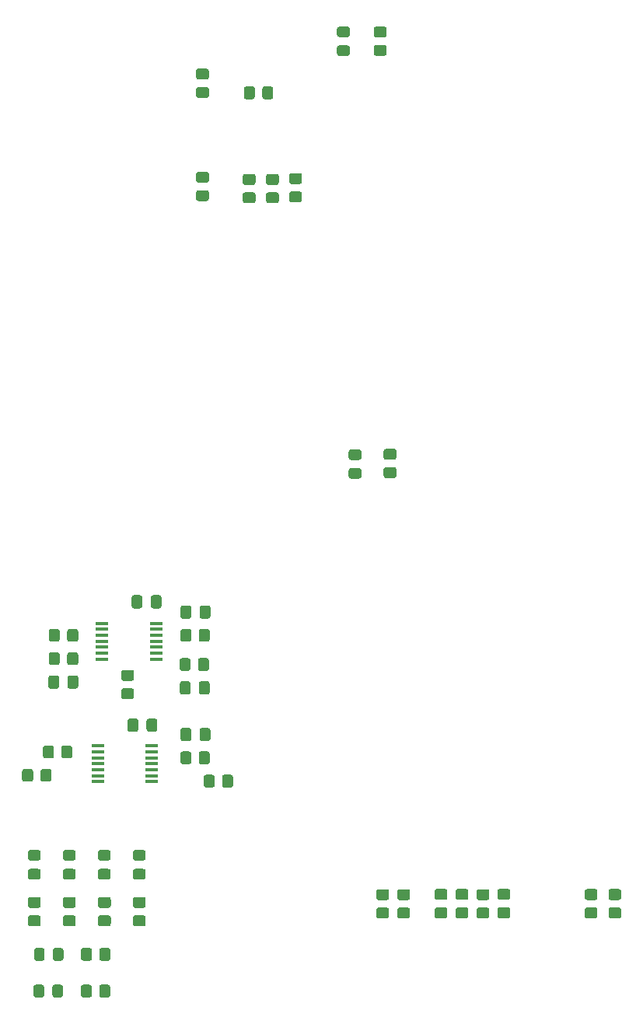
<source format=gtp>
G04 #@! TF.GenerationSoftware,KiCad,Pcbnew,(5.1.8)-1*
G04 #@! TF.CreationDate,2021-03-08T00:14:45+09:00*
G04 #@! TF.ProjectId,mifune_TE0890_remote_board,6d696675-6e65-45f5-9445-303839305f72,rev?*
G04 #@! TF.SameCoordinates,Original*
G04 #@! TF.FileFunction,Paste,Top*
G04 #@! TF.FilePolarity,Positive*
%FSLAX46Y46*%
G04 Gerber Fmt 4.6, Leading zero omitted, Abs format (unit mm)*
G04 Created by KiCad (PCBNEW (5.1.8)-1) date 2021-03-08 00:14:45*
%MOMM*%
%LPD*%
G01*
G04 APERTURE LIST*
%ADD10R,1.475000X0.450000*%
G04 APERTURE END LIST*
D10*
G04 #@! TO.C,IC1*
X59605400Y-146640000D03*
X59605400Y-147290000D03*
X59605400Y-147940000D03*
X59605400Y-148590000D03*
X59605400Y-149240000D03*
X59605400Y-149890000D03*
X59605400Y-150540000D03*
X53729400Y-150540000D03*
X53729400Y-149890000D03*
X53729400Y-149240000D03*
X53729400Y-148590000D03*
X53729400Y-147940000D03*
X53729400Y-147290000D03*
X53729400Y-146640000D03*
G04 #@! TD*
G04 #@! TO.C,R10*
G36*
G01*
X91092401Y-176765000D02*
X90192399Y-176765000D01*
G75*
G02*
X89942400Y-176515001I0J249999D01*
G01*
X89942400Y-175814999D01*
G75*
G02*
X90192399Y-175565000I249999J0D01*
G01*
X91092401Y-175565000D01*
G75*
G02*
X91342400Y-175814999I0J-249999D01*
G01*
X91342400Y-176515001D01*
G75*
G02*
X91092401Y-176765000I-249999J0D01*
G01*
G37*
G36*
G01*
X91092401Y-178765000D02*
X90192399Y-178765000D01*
G75*
G02*
X89942400Y-178515001I0J249999D01*
G01*
X89942400Y-177814999D01*
G75*
G02*
X90192399Y-177565000I249999J0D01*
G01*
X91092401Y-177565000D01*
G75*
G02*
X91342400Y-177814999I0J-249999D01*
G01*
X91342400Y-178515001D01*
G75*
G02*
X91092401Y-178765000I-249999J0D01*
G01*
G37*
G04 #@! TD*
G04 #@! TO.C,C1*
G36*
G01*
X51133500Y-152560000D02*
X51133500Y-153510000D01*
G75*
G02*
X50883500Y-153760000I-250000J0D01*
G01*
X50208500Y-153760000D01*
G75*
G02*
X49958500Y-153510000I0J250000D01*
G01*
X49958500Y-152560000D01*
G75*
G02*
X50208500Y-152310000I250000J0D01*
G01*
X50883500Y-152310000D01*
G75*
G02*
X51133500Y-152560000I0J-250000D01*
G01*
G37*
G36*
G01*
X49058500Y-152560000D02*
X49058500Y-153510000D01*
G75*
G02*
X48808500Y-153760000I-250000J0D01*
G01*
X48133500Y-153760000D01*
G75*
G02*
X47883500Y-153510000I0J250000D01*
G01*
X47883500Y-152560000D01*
G75*
G02*
X48133500Y-152310000I250000J0D01*
G01*
X48808500Y-152310000D01*
G75*
G02*
X49058500Y-152560000I0J-250000D01*
G01*
G37*
G04 #@! TD*
G04 #@! TO.C,C2*
G36*
G01*
X62277500Y-159225000D02*
X62277500Y-158275000D01*
G75*
G02*
X62527500Y-158025000I250000J0D01*
G01*
X63202500Y-158025000D01*
G75*
G02*
X63452500Y-158275000I0J-250000D01*
G01*
X63452500Y-159225000D01*
G75*
G02*
X63202500Y-159475000I-250000J0D01*
G01*
X62527500Y-159475000D01*
G75*
G02*
X62277500Y-159225000I0J250000D01*
G01*
G37*
G36*
G01*
X64352500Y-159225000D02*
X64352500Y-158275000D01*
G75*
G02*
X64602500Y-158025000I250000J0D01*
G01*
X65277500Y-158025000D01*
G75*
G02*
X65527500Y-158275000I0J-250000D01*
G01*
X65527500Y-159225000D01*
G75*
G02*
X65277500Y-159475000I-250000J0D01*
G01*
X64602500Y-159475000D01*
G75*
G02*
X64352500Y-159225000I0J250000D01*
G01*
G37*
G04 #@! TD*
G04 #@! TO.C,C3*
G36*
G01*
X64276300Y-154145000D02*
X64276300Y-153195000D01*
G75*
G02*
X64526300Y-152945000I250000J0D01*
G01*
X65201300Y-152945000D01*
G75*
G02*
X65451300Y-153195000I0J-250000D01*
G01*
X65451300Y-154145000D01*
G75*
G02*
X65201300Y-154395000I-250000J0D01*
G01*
X64526300Y-154395000D01*
G75*
G02*
X64276300Y-154145000I0J250000D01*
G01*
G37*
G36*
G01*
X62201300Y-154145000D02*
X62201300Y-153195000D01*
G75*
G02*
X62451300Y-152945000I250000J0D01*
G01*
X63126300Y-152945000D01*
G75*
G02*
X63376300Y-153195000I0J-250000D01*
G01*
X63376300Y-154145000D01*
G75*
G02*
X63126300Y-154395000I-250000J0D01*
G01*
X62451300Y-154395000D01*
G75*
G02*
X62201300Y-154145000I0J250000D01*
G01*
G37*
G04 #@! TD*
G04 #@! TO.C,C4*
G36*
G01*
X64352500Y-145890000D02*
X64352500Y-144940000D01*
G75*
G02*
X64602500Y-144690000I250000J0D01*
G01*
X65277500Y-144690000D01*
G75*
G02*
X65527500Y-144940000I0J-250000D01*
G01*
X65527500Y-145890000D01*
G75*
G02*
X65277500Y-146140000I-250000J0D01*
G01*
X64602500Y-146140000D01*
G75*
G02*
X64352500Y-145890000I0J250000D01*
G01*
G37*
G36*
G01*
X62277500Y-145890000D02*
X62277500Y-144940000D01*
G75*
G02*
X62527500Y-144690000I250000J0D01*
G01*
X63202500Y-144690000D01*
G75*
G02*
X63452500Y-144940000I0J-250000D01*
G01*
X63452500Y-145890000D01*
G75*
G02*
X63202500Y-146140000I-250000J0D01*
G01*
X62527500Y-146140000D01*
G75*
G02*
X62277500Y-145890000I0J250000D01*
G01*
G37*
G04 #@! TD*
G04 #@! TO.C,C5*
G36*
G01*
X60201300Y-143822000D02*
X60201300Y-144772000D01*
G75*
G02*
X59951300Y-145022000I-250000J0D01*
G01*
X59276300Y-145022000D01*
G75*
G02*
X59026300Y-144772000I0J250000D01*
G01*
X59026300Y-143822000D01*
G75*
G02*
X59276300Y-143572000I250000J0D01*
G01*
X59951300Y-143572000D01*
G75*
G02*
X60201300Y-143822000I0J-250000D01*
G01*
G37*
G36*
G01*
X58126300Y-143822000D02*
X58126300Y-144772000D01*
G75*
G02*
X57876300Y-145022000I-250000J0D01*
G01*
X57201300Y-145022000D01*
G75*
G02*
X56951300Y-144772000I0J250000D01*
G01*
X56951300Y-143822000D01*
G75*
G02*
X57201300Y-143572000I250000J0D01*
G01*
X57876300Y-143572000D01*
G75*
G02*
X58126300Y-143822000I0J-250000D01*
G01*
G37*
G04 #@! TD*
G04 #@! TO.C,C6*
G36*
G01*
X57674000Y-157259000D02*
X57674000Y-158209000D01*
G75*
G02*
X57424000Y-158459000I-250000J0D01*
G01*
X56749000Y-158459000D01*
G75*
G02*
X56499000Y-158209000I0J250000D01*
G01*
X56499000Y-157259000D01*
G75*
G02*
X56749000Y-157009000I250000J0D01*
G01*
X57424000Y-157009000D01*
G75*
G02*
X57674000Y-157259000I0J-250000D01*
G01*
G37*
G36*
G01*
X59749000Y-157259000D02*
X59749000Y-158209000D01*
G75*
G02*
X59499000Y-158459000I-250000J0D01*
G01*
X58824000Y-158459000D01*
G75*
G02*
X58574000Y-158209000I0J250000D01*
G01*
X58574000Y-157259000D01*
G75*
G02*
X58824000Y-157009000I250000J0D01*
G01*
X59499000Y-157009000D01*
G75*
G02*
X59749000Y-157259000I0J-250000D01*
G01*
G37*
G04 #@! TD*
G04 #@! TO.C,D1*
G36*
G01*
X57334999Y-173379000D02*
X58235001Y-173379000D01*
G75*
G02*
X58485000Y-173628999I0J-249999D01*
G01*
X58485000Y-174279001D01*
G75*
G02*
X58235001Y-174529000I-249999J0D01*
G01*
X57334999Y-174529000D01*
G75*
G02*
X57085000Y-174279001I0J249999D01*
G01*
X57085000Y-173628999D01*
G75*
G02*
X57334999Y-173379000I249999J0D01*
G01*
G37*
G36*
G01*
X57334999Y-171329000D02*
X58235001Y-171329000D01*
G75*
G02*
X58485000Y-171578999I0J-249999D01*
G01*
X58485000Y-172229001D01*
G75*
G02*
X58235001Y-172479000I-249999J0D01*
G01*
X57334999Y-172479000D01*
G75*
G02*
X57085000Y-172229001I0J249999D01*
G01*
X57085000Y-171578999D01*
G75*
G02*
X57334999Y-171329000I249999J0D01*
G01*
G37*
G04 #@! TD*
G04 #@! TO.C,D2*
G36*
G01*
X53524999Y-171329000D02*
X54425001Y-171329000D01*
G75*
G02*
X54675000Y-171578999I0J-249999D01*
G01*
X54675000Y-172229001D01*
G75*
G02*
X54425001Y-172479000I-249999J0D01*
G01*
X53524999Y-172479000D01*
G75*
G02*
X53275000Y-172229001I0J249999D01*
G01*
X53275000Y-171578999D01*
G75*
G02*
X53524999Y-171329000I249999J0D01*
G01*
G37*
G36*
G01*
X53524999Y-173379000D02*
X54425001Y-173379000D01*
G75*
G02*
X54675000Y-173628999I0J-249999D01*
G01*
X54675000Y-174279001D01*
G75*
G02*
X54425001Y-174529000I-249999J0D01*
G01*
X53524999Y-174529000D01*
G75*
G02*
X53275000Y-174279001I0J249999D01*
G01*
X53275000Y-173628999D01*
G75*
G02*
X53524999Y-173379000I249999J0D01*
G01*
G37*
G04 #@! TD*
G04 #@! TO.C,D3*
G36*
G01*
X49714999Y-173379000D02*
X50615001Y-173379000D01*
G75*
G02*
X50865000Y-173628999I0J-249999D01*
G01*
X50865000Y-174279001D01*
G75*
G02*
X50615001Y-174529000I-249999J0D01*
G01*
X49714999Y-174529000D01*
G75*
G02*
X49465000Y-174279001I0J249999D01*
G01*
X49465000Y-173628999D01*
G75*
G02*
X49714999Y-173379000I249999J0D01*
G01*
G37*
G36*
G01*
X49714999Y-171329000D02*
X50615001Y-171329000D01*
G75*
G02*
X50865000Y-171578999I0J-249999D01*
G01*
X50865000Y-172229001D01*
G75*
G02*
X50615001Y-172479000I-249999J0D01*
G01*
X49714999Y-172479000D01*
G75*
G02*
X49465000Y-172229001I0J249999D01*
G01*
X49465000Y-171578999D01*
G75*
G02*
X49714999Y-171329000I249999J0D01*
G01*
G37*
G04 #@! TD*
G04 #@! TO.C,D4*
G36*
G01*
X45904999Y-171329000D02*
X46805001Y-171329000D01*
G75*
G02*
X47055000Y-171578999I0J-249999D01*
G01*
X47055000Y-172229001D01*
G75*
G02*
X46805001Y-172479000I-249999J0D01*
G01*
X45904999Y-172479000D01*
G75*
G02*
X45655000Y-172229001I0J249999D01*
G01*
X45655000Y-171578999D01*
G75*
G02*
X45904999Y-171329000I249999J0D01*
G01*
G37*
G36*
G01*
X45904999Y-173379000D02*
X46805001Y-173379000D01*
G75*
G02*
X47055000Y-173628999I0J-249999D01*
G01*
X47055000Y-174279001D01*
G75*
G02*
X46805001Y-174529000I-249999J0D01*
G01*
X45904999Y-174529000D01*
G75*
G02*
X45655000Y-174279001I0J249999D01*
G01*
X45655000Y-173628999D01*
G75*
G02*
X45904999Y-173379000I249999J0D01*
G01*
G37*
G04 #@! TD*
G04 #@! TO.C,IC2*
X53272200Y-159975000D03*
X53272200Y-160625000D03*
X53272200Y-161275000D03*
X53272200Y-161925000D03*
X53272200Y-162575000D03*
X53272200Y-163225000D03*
X53272200Y-163875000D03*
X59148200Y-163875000D03*
X59148200Y-163225000D03*
X59148200Y-162575000D03*
X59148200Y-161925000D03*
X59148200Y-161275000D03*
X59148200Y-160625000D03*
X59148200Y-159975000D03*
G04 #@! TD*
G04 #@! TO.C,R1*
G36*
G01*
X92478399Y-175565000D02*
X93378401Y-175565000D01*
G75*
G02*
X93628400Y-175814999I0J-249999D01*
G01*
X93628400Y-176515001D01*
G75*
G02*
X93378401Y-176765000I-249999J0D01*
G01*
X92478399Y-176765000D01*
G75*
G02*
X92228400Y-176515001I0J249999D01*
G01*
X92228400Y-175814999D01*
G75*
G02*
X92478399Y-175565000I249999J0D01*
G01*
G37*
G36*
G01*
X92478399Y-177565000D02*
X93378401Y-177565000D01*
G75*
G02*
X93628400Y-177814999I0J-249999D01*
G01*
X93628400Y-178515001D01*
G75*
G02*
X93378401Y-178765000I-249999J0D01*
G01*
X92478399Y-178765000D01*
G75*
G02*
X92228400Y-178515001I0J249999D01*
G01*
X92228400Y-177814999D01*
G75*
G02*
X92478399Y-177565000I249999J0D01*
G01*
G37*
G04 #@! TD*
G04 #@! TO.C,R2*
G36*
G01*
X49130000Y-150044999D02*
X49130000Y-150945001D01*
G75*
G02*
X48880001Y-151195000I-249999J0D01*
G01*
X48179999Y-151195000D01*
G75*
G02*
X47930000Y-150945001I0J249999D01*
G01*
X47930000Y-150044999D01*
G75*
G02*
X48179999Y-149795000I249999J0D01*
G01*
X48880001Y-149795000D01*
G75*
G02*
X49130000Y-150044999I0J-249999D01*
G01*
G37*
G36*
G01*
X51130000Y-150044999D02*
X51130000Y-150945001D01*
G75*
G02*
X50880001Y-151195000I-249999J0D01*
G01*
X50179999Y-151195000D01*
G75*
G02*
X49930000Y-150945001I0J249999D01*
G01*
X49930000Y-150044999D01*
G75*
G02*
X50179999Y-149795000I249999J0D01*
G01*
X50880001Y-149795000D01*
G75*
G02*
X51130000Y-150044999I0J-249999D01*
G01*
G37*
G04 #@! TD*
G04 #@! TO.C,R3*
G36*
G01*
X97935201Y-178765000D02*
X97035199Y-178765000D01*
G75*
G02*
X96785200Y-178515001I0J249999D01*
G01*
X96785200Y-177814999D01*
G75*
G02*
X97035199Y-177565000I249999J0D01*
G01*
X97935201Y-177565000D01*
G75*
G02*
X98185200Y-177814999I0J-249999D01*
G01*
X98185200Y-178515001D01*
G75*
G02*
X97935201Y-178765000I-249999J0D01*
G01*
G37*
G36*
G01*
X97935201Y-176765000D02*
X97035199Y-176765000D01*
G75*
G02*
X96785200Y-176515001I0J249999D01*
G01*
X96785200Y-175814999D01*
G75*
G02*
X97035199Y-175565000I249999J0D01*
G01*
X97935201Y-175565000D01*
G75*
G02*
X98185200Y-175814999I0J-249999D01*
G01*
X98185200Y-176515001D01*
G75*
G02*
X97935201Y-176765000I-249999J0D01*
G01*
G37*
G04 #@! TD*
G04 #@! TO.C,R4*
G36*
G01*
X65370000Y-150679999D02*
X65370000Y-151580001D01*
G75*
G02*
X65120001Y-151830000I-249999J0D01*
G01*
X64419999Y-151830000D01*
G75*
G02*
X64170000Y-151580001I0J249999D01*
G01*
X64170000Y-150679999D01*
G75*
G02*
X64419999Y-150430000I249999J0D01*
G01*
X65120001Y-150430000D01*
G75*
G02*
X65370000Y-150679999I0J-249999D01*
G01*
G37*
G36*
G01*
X63370000Y-150679999D02*
X63370000Y-151580001D01*
G75*
G02*
X63120001Y-151830000I-249999J0D01*
G01*
X62419999Y-151830000D01*
G75*
G02*
X62170000Y-151580001I0J249999D01*
G01*
X62170000Y-150679999D01*
G75*
G02*
X62419999Y-150430000I249999J0D01*
G01*
X63120001Y-150430000D01*
G75*
G02*
X63370000Y-150679999I0J-249999D01*
G01*
G37*
G04 #@! TD*
G04 #@! TO.C,R5*
G36*
G01*
X63465000Y-160839999D02*
X63465000Y-161740001D01*
G75*
G02*
X63215001Y-161990000I-249999J0D01*
G01*
X62514999Y-161990000D01*
G75*
G02*
X62265000Y-161740001I0J249999D01*
G01*
X62265000Y-160839999D01*
G75*
G02*
X62514999Y-160590000I249999J0D01*
G01*
X63215001Y-160590000D01*
G75*
G02*
X63465000Y-160839999I0J-249999D01*
G01*
G37*
G36*
G01*
X65465000Y-160839999D02*
X65465000Y-161740001D01*
G75*
G02*
X65215001Y-161990000I-249999J0D01*
G01*
X64514999Y-161990000D01*
G75*
G02*
X64265000Y-161740001I0J249999D01*
G01*
X64265000Y-160839999D01*
G75*
G02*
X64514999Y-160590000I249999J0D01*
G01*
X65215001Y-160590000D01*
G75*
G02*
X65465000Y-160839999I0J-249999D01*
G01*
G37*
G04 #@! TD*
G04 #@! TO.C,R6*
G36*
G01*
X95664401Y-178781000D02*
X94764399Y-178781000D01*
G75*
G02*
X94514400Y-178531001I0J249999D01*
G01*
X94514400Y-177830999D01*
G75*
G02*
X94764399Y-177581000I249999J0D01*
G01*
X95664401Y-177581000D01*
G75*
G02*
X95914400Y-177830999I0J-249999D01*
G01*
X95914400Y-178531001D01*
G75*
G02*
X95664401Y-178781000I-249999J0D01*
G01*
G37*
G36*
G01*
X95664401Y-176781000D02*
X94764399Y-176781000D01*
G75*
G02*
X94514400Y-176531001I0J249999D01*
G01*
X94514400Y-175830999D01*
G75*
G02*
X94764399Y-175581000I249999J0D01*
G01*
X95664401Y-175581000D01*
G75*
G02*
X95914400Y-175830999I0J-249999D01*
G01*
X95914400Y-176531001D01*
G75*
G02*
X95664401Y-176781000I-249999J0D01*
G01*
G37*
G04 #@! TD*
G04 #@! TO.C,R7*
G36*
G01*
X56965001Y-152905000D02*
X56064999Y-152905000D01*
G75*
G02*
X55815000Y-152655001I0J249999D01*
G01*
X55815000Y-151954999D01*
G75*
G02*
X56064999Y-151705000I249999J0D01*
G01*
X56965001Y-151705000D01*
G75*
G02*
X57215000Y-151954999I0J-249999D01*
G01*
X57215000Y-152655001D01*
G75*
G02*
X56965001Y-152905000I-249999J0D01*
G01*
G37*
G36*
G01*
X56965001Y-154905000D02*
X56064999Y-154905000D01*
G75*
G02*
X55815000Y-154655001I0J249999D01*
G01*
X55815000Y-153954999D01*
G75*
G02*
X56064999Y-153705000I249999J0D01*
G01*
X56965001Y-153705000D01*
G75*
G02*
X57215000Y-153954999I0J-249999D01*
G01*
X57215000Y-154655001D01*
G75*
G02*
X56965001Y-154905000I-249999J0D01*
G01*
G37*
G04 #@! TD*
G04 #@! TO.C,R8*
G36*
G01*
X48495000Y-160204999D02*
X48495000Y-161105001D01*
G75*
G02*
X48245001Y-161355000I-249999J0D01*
G01*
X47544999Y-161355000D01*
G75*
G02*
X47295000Y-161105001I0J249999D01*
G01*
X47295000Y-160204999D01*
G75*
G02*
X47544999Y-159955000I249999J0D01*
G01*
X48245001Y-159955000D01*
G75*
G02*
X48495000Y-160204999I0J-249999D01*
G01*
G37*
G36*
G01*
X50495000Y-160204999D02*
X50495000Y-161105001D01*
G75*
G02*
X50245001Y-161355000I-249999J0D01*
G01*
X49544999Y-161355000D01*
G75*
G02*
X49295000Y-161105001I0J249999D01*
G01*
X49295000Y-160204999D01*
G75*
G02*
X49544999Y-159955000I249999J0D01*
G01*
X50245001Y-159955000D01*
G75*
G02*
X50495000Y-160204999I0J-249999D01*
G01*
G37*
G04 #@! TD*
G04 #@! TO.C,R9*
G36*
G01*
X106534999Y-175574000D02*
X107435001Y-175574000D01*
G75*
G02*
X107685000Y-175823999I0J-249999D01*
G01*
X107685000Y-176524001D01*
G75*
G02*
X107435001Y-176774000I-249999J0D01*
G01*
X106534999Y-176774000D01*
G75*
G02*
X106285000Y-176524001I0J249999D01*
G01*
X106285000Y-175823999D01*
G75*
G02*
X106534999Y-175574000I249999J0D01*
G01*
G37*
G36*
G01*
X106534999Y-177574000D02*
X107435001Y-177574000D01*
G75*
G02*
X107685000Y-177823999I0J-249999D01*
G01*
X107685000Y-178524001D01*
G75*
G02*
X107435001Y-178774000I-249999J0D01*
G01*
X106534999Y-178774000D01*
G75*
G02*
X106285000Y-178524001I0J249999D01*
G01*
X106285000Y-177823999D01*
G75*
G02*
X106534999Y-177574000I249999J0D01*
G01*
G37*
G04 #@! TD*
G04 #@! TO.C,R11*
G36*
G01*
X65465000Y-147504999D02*
X65465000Y-148405001D01*
G75*
G02*
X65215001Y-148655000I-249999J0D01*
G01*
X64514999Y-148655000D01*
G75*
G02*
X64265000Y-148405001I0J249999D01*
G01*
X64265000Y-147504999D01*
G75*
G02*
X64514999Y-147255000I249999J0D01*
G01*
X65215001Y-147255000D01*
G75*
G02*
X65465000Y-147504999I0J-249999D01*
G01*
G37*
G36*
G01*
X63465000Y-147504999D02*
X63465000Y-148405001D01*
G75*
G02*
X63215001Y-148655000I-249999J0D01*
G01*
X62514999Y-148655000D01*
G75*
G02*
X62265000Y-148405001I0J249999D01*
G01*
X62265000Y-147504999D01*
G75*
G02*
X62514999Y-147255000I249999J0D01*
G01*
X63215001Y-147255000D01*
G75*
G02*
X63465000Y-147504999I0J-249999D01*
G01*
G37*
G04 #@! TD*
G04 #@! TO.C,R12*
G36*
G01*
X109125999Y-175574000D02*
X110026001Y-175574000D01*
G75*
G02*
X110276000Y-175823999I0J-249999D01*
G01*
X110276000Y-176524001D01*
G75*
G02*
X110026001Y-176774000I-249999J0D01*
G01*
X109125999Y-176774000D01*
G75*
G02*
X108876000Y-176524001I0J249999D01*
G01*
X108876000Y-175823999D01*
G75*
G02*
X109125999Y-175574000I249999J0D01*
G01*
G37*
G36*
G01*
X109125999Y-177574000D02*
X110026001Y-177574000D01*
G75*
G02*
X110276000Y-177823999I0J-249999D01*
G01*
X110276000Y-178524001D01*
G75*
G02*
X110026001Y-178774000I-249999J0D01*
G01*
X109125999Y-178774000D01*
G75*
G02*
X108876000Y-178524001I0J249999D01*
G01*
X108876000Y-177823999D01*
G75*
G02*
X109125999Y-177574000I249999J0D01*
G01*
G37*
G04 #@! TD*
G04 #@! TO.C,R13*
G36*
G01*
X51130000Y-147504999D02*
X51130000Y-148405001D01*
G75*
G02*
X50880001Y-148655000I-249999J0D01*
G01*
X50179999Y-148655000D01*
G75*
G02*
X49930000Y-148405001I0J249999D01*
G01*
X49930000Y-147504999D01*
G75*
G02*
X50179999Y-147255000I249999J0D01*
G01*
X50880001Y-147255000D01*
G75*
G02*
X51130000Y-147504999I0J-249999D01*
G01*
G37*
G36*
G01*
X49130000Y-147504999D02*
X49130000Y-148405001D01*
G75*
G02*
X48880001Y-148655000I-249999J0D01*
G01*
X48179999Y-148655000D01*
G75*
G02*
X47930000Y-148405001I0J249999D01*
G01*
X47930000Y-147504999D01*
G75*
G02*
X48179999Y-147255000I249999J0D01*
G01*
X48880001Y-147255000D01*
G75*
G02*
X49130000Y-147504999I0J-249999D01*
G01*
G37*
G04 #@! TD*
G04 #@! TO.C,R14*
G36*
G01*
X64218399Y-99469400D02*
X65118401Y-99469400D01*
G75*
G02*
X65368400Y-99719399I0J-249999D01*
G01*
X65368400Y-100419401D01*
G75*
G02*
X65118401Y-100669400I-249999J0D01*
G01*
X64218399Y-100669400D01*
G75*
G02*
X63968400Y-100419401I0J249999D01*
G01*
X63968400Y-99719399D01*
G75*
G02*
X64218399Y-99469400I249999J0D01*
G01*
G37*
G36*
G01*
X64218399Y-97469400D02*
X65118401Y-97469400D01*
G75*
G02*
X65368400Y-97719399I0J-249999D01*
G01*
X65368400Y-98419401D01*
G75*
G02*
X65118401Y-98669400I-249999J0D01*
G01*
X64218399Y-98669400D01*
G75*
G02*
X63968400Y-98419401I0J249999D01*
G01*
X63968400Y-97719399D01*
G75*
G02*
X64218399Y-97469400I249999J0D01*
G01*
G37*
G04 #@! TD*
G04 #@! TO.C,R15*
G36*
G01*
X69298399Y-99704600D02*
X70198401Y-99704600D01*
G75*
G02*
X70448400Y-99954599I0J-249999D01*
G01*
X70448400Y-100654601D01*
G75*
G02*
X70198401Y-100904600I-249999J0D01*
G01*
X69298399Y-100904600D01*
G75*
G02*
X69048400Y-100654601I0J249999D01*
G01*
X69048400Y-99954599D01*
G75*
G02*
X69298399Y-99704600I249999J0D01*
G01*
G37*
G36*
G01*
X69298399Y-97704600D02*
X70198401Y-97704600D01*
G75*
G02*
X70448400Y-97954599I0J-249999D01*
G01*
X70448400Y-98654601D01*
G75*
G02*
X70198401Y-98904600I-249999J0D01*
G01*
X69298399Y-98904600D01*
G75*
G02*
X69048400Y-98654601I0J249999D01*
G01*
X69048400Y-97954599D01*
G75*
G02*
X69298399Y-97704600I249999J0D01*
G01*
G37*
G04 #@! TD*
G04 #@! TO.C,R16*
G36*
G01*
X71838399Y-97704600D02*
X72738401Y-97704600D01*
G75*
G02*
X72988400Y-97954599I0J-249999D01*
G01*
X72988400Y-98654601D01*
G75*
G02*
X72738401Y-98904600I-249999J0D01*
G01*
X71838399Y-98904600D01*
G75*
G02*
X71588400Y-98654601I0J249999D01*
G01*
X71588400Y-97954599D01*
G75*
G02*
X71838399Y-97704600I249999J0D01*
G01*
G37*
G36*
G01*
X71838399Y-99704600D02*
X72738401Y-99704600D01*
G75*
G02*
X72988400Y-99954599I0J-249999D01*
G01*
X72988400Y-100654601D01*
G75*
G02*
X72738401Y-100904600I-249999J0D01*
G01*
X71838399Y-100904600D01*
G75*
G02*
X71588400Y-100654601I0J249999D01*
G01*
X71588400Y-99954599D01*
G75*
G02*
X71838399Y-99704600I249999J0D01*
G01*
G37*
G04 #@! TD*
G04 #@! TO.C,R17*
G36*
G01*
X74352999Y-99603000D02*
X75253001Y-99603000D01*
G75*
G02*
X75503000Y-99852999I0J-249999D01*
G01*
X75503000Y-100553001D01*
G75*
G02*
X75253001Y-100803000I-249999J0D01*
G01*
X74352999Y-100803000D01*
G75*
G02*
X74103000Y-100553001I0J249999D01*
G01*
X74103000Y-99852999D01*
G75*
G02*
X74352999Y-99603000I249999J0D01*
G01*
G37*
G36*
G01*
X74352999Y-97603000D02*
X75253001Y-97603000D01*
G75*
G02*
X75503000Y-97852999I0J-249999D01*
G01*
X75503000Y-98553001D01*
G75*
G02*
X75253001Y-98803000I-249999J0D01*
G01*
X74352999Y-98803000D01*
G75*
G02*
X74103000Y-98553001I0J249999D01*
G01*
X74103000Y-97852999D01*
G75*
G02*
X74352999Y-97603000I249999J0D01*
G01*
G37*
G04 #@! TD*
G04 #@! TO.C,R18*
G36*
G01*
X72373800Y-88424599D02*
X72373800Y-89324601D01*
G75*
G02*
X72123801Y-89574600I-249999J0D01*
G01*
X71423799Y-89574600D01*
G75*
G02*
X71173800Y-89324601I0J249999D01*
G01*
X71173800Y-88424599D01*
G75*
G02*
X71423799Y-88174600I249999J0D01*
G01*
X72123801Y-88174600D01*
G75*
G02*
X72373800Y-88424599I0J-249999D01*
G01*
G37*
G36*
G01*
X70373800Y-88424599D02*
X70373800Y-89324601D01*
G75*
G02*
X70123801Y-89574600I-249999J0D01*
G01*
X69423799Y-89574600D01*
G75*
G02*
X69173800Y-89324601I0J249999D01*
G01*
X69173800Y-88424599D01*
G75*
G02*
X69423799Y-88174600I249999J0D01*
G01*
X70123801Y-88174600D01*
G75*
G02*
X70373800Y-88424599I0J-249999D01*
G01*
G37*
G04 #@! TD*
G04 #@! TO.C,R19*
G36*
G01*
X64218399Y-88233200D02*
X65118401Y-88233200D01*
G75*
G02*
X65368400Y-88483199I0J-249999D01*
G01*
X65368400Y-89183201D01*
G75*
G02*
X65118401Y-89433200I-249999J0D01*
G01*
X64218399Y-89433200D01*
G75*
G02*
X63968400Y-89183201I0J249999D01*
G01*
X63968400Y-88483199D01*
G75*
G02*
X64218399Y-88233200I249999J0D01*
G01*
G37*
G36*
G01*
X64218399Y-86233200D02*
X65118401Y-86233200D01*
G75*
G02*
X65368400Y-86483199I0J-249999D01*
G01*
X65368400Y-87183201D01*
G75*
G02*
X65118401Y-87433200I-249999J0D01*
G01*
X64218399Y-87433200D01*
G75*
G02*
X63968400Y-87183201I0J249999D01*
G01*
X63968400Y-86483199D01*
G75*
G02*
X64218399Y-86233200I249999J0D01*
G01*
G37*
G04 #@! TD*
G04 #@! TO.C,R20*
G36*
G01*
X58235001Y-177634000D02*
X57334999Y-177634000D01*
G75*
G02*
X57085000Y-177384001I0J249999D01*
G01*
X57085000Y-176683999D01*
G75*
G02*
X57334999Y-176434000I249999J0D01*
G01*
X58235001Y-176434000D01*
G75*
G02*
X58485000Y-176683999I0J-249999D01*
G01*
X58485000Y-177384001D01*
G75*
G02*
X58235001Y-177634000I-249999J0D01*
G01*
G37*
G36*
G01*
X58235001Y-179634000D02*
X57334999Y-179634000D01*
G75*
G02*
X57085000Y-179384001I0J249999D01*
G01*
X57085000Y-178683999D01*
G75*
G02*
X57334999Y-178434000I249999J0D01*
G01*
X58235001Y-178434000D01*
G75*
G02*
X58485000Y-178683999I0J-249999D01*
G01*
X58485000Y-179384001D01*
G75*
G02*
X58235001Y-179634000I-249999J0D01*
G01*
G37*
G04 #@! TD*
G04 #@! TO.C,R21*
G36*
G01*
X54435001Y-179634000D02*
X53534999Y-179634000D01*
G75*
G02*
X53285000Y-179384001I0J249999D01*
G01*
X53285000Y-178683999D01*
G75*
G02*
X53534999Y-178434000I249999J0D01*
G01*
X54435001Y-178434000D01*
G75*
G02*
X54685000Y-178683999I0J-249999D01*
G01*
X54685000Y-179384001D01*
G75*
G02*
X54435001Y-179634000I-249999J0D01*
G01*
G37*
G36*
G01*
X54435001Y-177634000D02*
X53534999Y-177634000D01*
G75*
G02*
X53285000Y-177384001I0J249999D01*
G01*
X53285000Y-176683999D01*
G75*
G02*
X53534999Y-176434000I249999J0D01*
G01*
X54435001Y-176434000D01*
G75*
G02*
X54685000Y-176683999I0J-249999D01*
G01*
X54685000Y-177384001D01*
G75*
G02*
X54435001Y-177634000I-249999J0D01*
G01*
G37*
G04 #@! TD*
G04 #@! TO.C,R22*
G36*
G01*
X50615001Y-177634000D02*
X49714999Y-177634000D01*
G75*
G02*
X49465000Y-177384001I0J249999D01*
G01*
X49465000Y-176683999D01*
G75*
G02*
X49714999Y-176434000I249999J0D01*
G01*
X50615001Y-176434000D01*
G75*
G02*
X50865000Y-176683999I0J-249999D01*
G01*
X50865000Y-177384001D01*
G75*
G02*
X50615001Y-177634000I-249999J0D01*
G01*
G37*
G36*
G01*
X50615001Y-179634000D02*
X49714999Y-179634000D01*
G75*
G02*
X49465000Y-179384001I0J249999D01*
G01*
X49465000Y-178683999D01*
G75*
G02*
X49714999Y-178434000I249999J0D01*
G01*
X50615001Y-178434000D01*
G75*
G02*
X50865000Y-178683999I0J-249999D01*
G01*
X50865000Y-179384001D01*
G75*
G02*
X50615001Y-179634000I-249999J0D01*
G01*
G37*
G04 #@! TD*
G04 #@! TO.C,R23*
G36*
G01*
X46805001Y-179634000D02*
X45904999Y-179634000D01*
G75*
G02*
X45655000Y-179384001I0J249999D01*
G01*
X45655000Y-178683999D01*
G75*
G02*
X45904999Y-178434000I249999J0D01*
G01*
X46805001Y-178434000D01*
G75*
G02*
X47055000Y-178683999I0J-249999D01*
G01*
X47055000Y-179384001D01*
G75*
G02*
X46805001Y-179634000I-249999J0D01*
G01*
G37*
G36*
G01*
X46805001Y-177634000D02*
X45904999Y-177634000D01*
G75*
G02*
X45655000Y-177384001I0J249999D01*
G01*
X45655000Y-176683999D01*
G75*
G02*
X45904999Y-176434000I249999J0D01*
G01*
X46805001Y-176434000D01*
G75*
G02*
X47055000Y-176683999I0J-249999D01*
G01*
X47055000Y-177384001D01*
G75*
G02*
X46805001Y-177634000I-249999J0D01*
G01*
G37*
G04 #@! TD*
G04 #@! TO.C,R24*
G36*
G01*
X86128399Y-177581000D02*
X87028401Y-177581000D01*
G75*
G02*
X87278400Y-177830999I0J-249999D01*
G01*
X87278400Y-178531001D01*
G75*
G02*
X87028401Y-178781000I-249999J0D01*
G01*
X86128399Y-178781000D01*
G75*
G02*
X85878400Y-178531001I0J249999D01*
G01*
X85878400Y-177830999D01*
G75*
G02*
X86128399Y-177581000I249999J0D01*
G01*
G37*
G36*
G01*
X86128399Y-175581000D02*
X87028401Y-175581000D01*
G75*
G02*
X87278400Y-175830999I0J-249999D01*
G01*
X87278400Y-176531001D01*
G75*
G02*
X87028401Y-176781000I-249999J0D01*
G01*
X86128399Y-176781000D01*
G75*
G02*
X85878400Y-176531001I0J249999D01*
G01*
X85878400Y-175830999D01*
G75*
G02*
X86128399Y-175581000I249999J0D01*
G01*
G37*
G04 #@! TD*
G04 #@! TO.C,R25*
G36*
G01*
X83842399Y-175581000D02*
X84742401Y-175581000D01*
G75*
G02*
X84992400Y-175830999I0J-249999D01*
G01*
X84992400Y-176531001D01*
G75*
G02*
X84742401Y-176781000I-249999J0D01*
G01*
X83842399Y-176781000D01*
G75*
G02*
X83592400Y-176531001I0J249999D01*
G01*
X83592400Y-175830999D01*
G75*
G02*
X83842399Y-175581000I249999J0D01*
G01*
G37*
G36*
G01*
X83842399Y-177581000D02*
X84742401Y-177581000D01*
G75*
G02*
X84992400Y-177830999I0J-249999D01*
G01*
X84992400Y-178531001D01*
G75*
G02*
X84742401Y-178781000I-249999J0D01*
G01*
X83842399Y-178781000D01*
G75*
G02*
X83592400Y-178531001I0J249999D01*
G01*
X83592400Y-177830999D01*
G75*
G02*
X83842399Y-177581000I249999J0D01*
G01*
G37*
G04 #@! TD*
G04 #@! TO.C,R26*
G36*
G01*
X46225000Y-162744999D02*
X46225000Y-163645001D01*
G75*
G02*
X45975001Y-163895000I-249999J0D01*
G01*
X45274999Y-163895000D01*
G75*
G02*
X45025000Y-163645001I0J249999D01*
G01*
X45025000Y-162744999D01*
G75*
G02*
X45274999Y-162495000I249999J0D01*
G01*
X45975001Y-162495000D01*
G75*
G02*
X46225000Y-162744999I0J-249999D01*
G01*
G37*
G36*
G01*
X48225000Y-162744999D02*
X48225000Y-163645001D01*
G75*
G02*
X47975001Y-163895000I-249999J0D01*
G01*
X47274999Y-163895000D01*
G75*
G02*
X47025000Y-163645001I0J249999D01*
G01*
X47025000Y-162744999D01*
G75*
G02*
X47274999Y-162495000I249999J0D01*
G01*
X47975001Y-162495000D01*
G75*
G02*
X48225000Y-162744999I0J-249999D01*
G01*
G37*
G04 #@! TD*
G04 #@! TO.C,R27*
G36*
G01*
X68005000Y-163379999D02*
X68005000Y-164280001D01*
G75*
G02*
X67755001Y-164530000I-249999J0D01*
G01*
X67054999Y-164530000D01*
G75*
G02*
X66805000Y-164280001I0J249999D01*
G01*
X66805000Y-163379999D01*
G75*
G02*
X67054999Y-163130000I249999J0D01*
G01*
X67755001Y-163130000D01*
G75*
G02*
X68005000Y-163379999I0J-249999D01*
G01*
G37*
G36*
G01*
X66005000Y-163379999D02*
X66005000Y-164280001D01*
G75*
G02*
X65755001Y-164530000I-249999J0D01*
G01*
X65054999Y-164530000D01*
G75*
G02*
X64805000Y-164280001I0J249999D01*
G01*
X64805000Y-163379999D01*
G75*
G02*
X65054999Y-163130000I249999J0D01*
G01*
X65755001Y-163130000D01*
G75*
G02*
X66005000Y-163379999I0J-249999D01*
G01*
G37*
G04 #@! TD*
G04 #@! TO.C,D5*
G36*
G01*
X48320000Y-187140001D02*
X48320000Y-186239999D01*
G75*
G02*
X48569999Y-185990000I249999J0D01*
G01*
X49220001Y-185990000D01*
G75*
G02*
X49470000Y-186239999I0J-249999D01*
G01*
X49470000Y-187140001D01*
G75*
G02*
X49220001Y-187390000I-249999J0D01*
G01*
X48569999Y-187390000D01*
G75*
G02*
X48320000Y-187140001I0J249999D01*
G01*
G37*
G36*
G01*
X46270000Y-187140001D02*
X46270000Y-186239999D01*
G75*
G02*
X46519999Y-185990000I249999J0D01*
G01*
X47170001Y-185990000D01*
G75*
G02*
X47420000Y-186239999I0J-249999D01*
G01*
X47420000Y-187140001D01*
G75*
G02*
X47170001Y-187390000I-249999J0D01*
G01*
X46519999Y-187390000D01*
G75*
G02*
X46270000Y-187140001I0J249999D01*
G01*
G37*
G04 #@! TD*
G04 #@! TO.C,D6*
G36*
G01*
X48383500Y-183140001D02*
X48383500Y-182239999D01*
G75*
G02*
X48633499Y-181990000I249999J0D01*
G01*
X49283501Y-181990000D01*
G75*
G02*
X49533500Y-182239999I0J-249999D01*
G01*
X49533500Y-183140001D01*
G75*
G02*
X49283501Y-183390000I-249999J0D01*
G01*
X48633499Y-183390000D01*
G75*
G02*
X48383500Y-183140001I0J249999D01*
G01*
G37*
G36*
G01*
X46333500Y-183140001D02*
X46333500Y-182239999D01*
G75*
G02*
X46583499Y-181990000I249999J0D01*
G01*
X47233501Y-181990000D01*
G75*
G02*
X47483500Y-182239999I0J-249999D01*
G01*
X47483500Y-183140001D01*
G75*
G02*
X47233501Y-183390000I-249999J0D01*
G01*
X46583499Y-183390000D01*
G75*
G02*
X46333500Y-183140001I0J249999D01*
G01*
G37*
G04 #@! TD*
G04 #@! TO.C,D7*
G36*
G01*
X80460001Y-82811200D02*
X79559999Y-82811200D01*
G75*
G02*
X79310000Y-82561201I0J249999D01*
G01*
X79310000Y-81911199D01*
G75*
G02*
X79559999Y-81661200I249999J0D01*
G01*
X80460001Y-81661200D01*
G75*
G02*
X80710000Y-81911199I0J-249999D01*
G01*
X80710000Y-82561201D01*
G75*
G02*
X80460001Y-82811200I-249999J0D01*
G01*
G37*
G36*
G01*
X80460001Y-84861200D02*
X79559999Y-84861200D01*
G75*
G02*
X79310000Y-84611201I0J249999D01*
G01*
X79310000Y-83961199D01*
G75*
G02*
X79559999Y-83711200I249999J0D01*
G01*
X80460001Y-83711200D01*
G75*
G02*
X80710000Y-83961199I0J-249999D01*
G01*
X80710000Y-84611201D01*
G75*
G02*
X80460001Y-84861200I-249999J0D01*
G01*
G37*
G04 #@! TD*
G04 #@! TO.C,D8*
G36*
G01*
X81730001Y-130895000D02*
X80829999Y-130895000D01*
G75*
G02*
X80580000Y-130645001I0J249999D01*
G01*
X80580000Y-129994999D01*
G75*
G02*
X80829999Y-129745000I249999J0D01*
G01*
X81730001Y-129745000D01*
G75*
G02*
X81980000Y-129994999I0J-249999D01*
G01*
X81980000Y-130645001D01*
G75*
G02*
X81730001Y-130895000I-249999J0D01*
G01*
G37*
G36*
G01*
X81730001Y-128845000D02*
X80829999Y-128845000D01*
G75*
G02*
X80580000Y-128595001I0J249999D01*
G01*
X80580000Y-127944999D01*
G75*
G02*
X80829999Y-127695000I249999J0D01*
G01*
X81730001Y-127695000D01*
G75*
G02*
X81980000Y-127944999I0J-249999D01*
G01*
X81980000Y-128595001D01*
G75*
G02*
X81730001Y-128845000I-249999J0D01*
G01*
G37*
G04 #@! TD*
G04 #@! TO.C,R28*
G36*
G01*
X52619200Y-186239999D02*
X52619200Y-187140001D01*
G75*
G02*
X52369201Y-187390000I-249999J0D01*
G01*
X51669199Y-187390000D01*
G75*
G02*
X51419200Y-187140001I0J249999D01*
G01*
X51419200Y-186239999D01*
G75*
G02*
X51669199Y-185990000I249999J0D01*
G01*
X52369201Y-185990000D01*
G75*
G02*
X52619200Y-186239999I0J-249999D01*
G01*
G37*
G36*
G01*
X54619200Y-186239999D02*
X54619200Y-187140001D01*
G75*
G02*
X54369201Y-187390000I-249999J0D01*
G01*
X53669199Y-187390000D01*
G75*
G02*
X53419200Y-187140001I0J249999D01*
G01*
X53419200Y-186239999D01*
G75*
G02*
X53669199Y-185990000I249999J0D01*
G01*
X54369201Y-185990000D01*
G75*
G02*
X54619200Y-186239999I0J-249999D01*
G01*
G37*
G04 #@! TD*
G04 #@! TO.C,R29*
G36*
G01*
X52638500Y-182239999D02*
X52638500Y-183140001D01*
G75*
G02*
X52388501Y-183390000I-249999J0D01*
G01*
X51688499Y-183390000D01*
G75*
G02*
X51438500Y-183140001I0J249999D01*
G01*
X51438500Y-182239999D01*
G75*
G02*
X51688499Y-181990000I249999J0D01*
G01*
X52388501Y-181990000D01*
G75*
G02*
X52638500Y-182239999I0J-249999D01*
G01*
G37*
G36*
G01*
X54638500Y-182239999D02*
X54638500Y-183140001D01*
G75*
G02*
X54388501Y-183390000I-249999J0D01*
G01*
X53688499Y-183390000D01*
G75*
G02*
X53438500Y-183140001I0J249999D01*
G01*
X53438500Y-182239999D01*
G75*
G02*
X53688499Y-181990000I249999J0D01*
G01*
X54388501Y-181990000D01*
G75*
G02*
X54638500Y-182239999I0J-249999D01*
G01*
G37*
G04 #@! TD*
G04 #@! TO.C,R30*
G36*
G01*
X84473201Y-84845200D02*
X83573199Y-84845200D01*
G75*
G02*
X83323200Y-84595201I0J249999D01*
G01*
X83323200Y-83895199D01*
G75*
G02*
X83573199Y-83645200I249999J0D01*
G01*
X84473201Y-83645200D01*
G75*
G02*
X84723200Y-83895199I0J-249999D01*
G01*
X84723200Y-84595201D01*
G75*
G02*
X84473201Y-84845200I-249999J0D01*
G01*
G37*
G36*
G01*
X84473201Y-82845200D02*
X83573199Y-82845200D01*
G75*
G02*
X83323200Y-82595201I0J249999D01*
G01*
X83323200Y-81895199D01*
G75*
G02*
X83573199Y-81645200I249999J0D01*
G01*
X84473201Y-81645200D01*
G75*
G02*
X84723200Y-81895199I0J-249999D01*
G01*
X84723200Y-82595201D01*
G75*
G02*
X84473201Y-82845200I-249999J0D01*
G01*
G37*
G04 #@! TD*
G04 #@! TO.C,R31*
G36*
G01*
X85540001Y-128835000D02*
X84639999Y-128835000D01*
G75*
G02*
X84390000Y-128585001I0J249999D01*
G01*
X84390000Y-127884999D01*
G75*
G02*
X84639999Y-127635000I249999J0D01*
G01*
X85540001Y-127635000D01*
G75*
G02*
X85790000Y-127884999I0J-249999D01*
G01*
X85790000Y-128585001D01*
G75*
G02*
X85540001Y-128835000I-249999J0D01*
G01*
G37*
G36*
G01*
X85540001Y-130835000D02*
X84639999Y-130835000D01*
G75*
G02*
X84390000Y-130585001I0J249999D01*
G01*
X84390000Y-129884999D01*
G75*
G02*
X84639999Y-129635000I249999J0D01*
G01*
X85540001Y-129635000D01*
G75*
G02*
X85790000Y-129884999I0J-249999D01*
G01*
X85790000Y-130585001D01*
G75*
G02*
X85540001Y-130835000I-249999J0D01*
G01*
G37*
G04 #@! TD*
M02*

</source>
